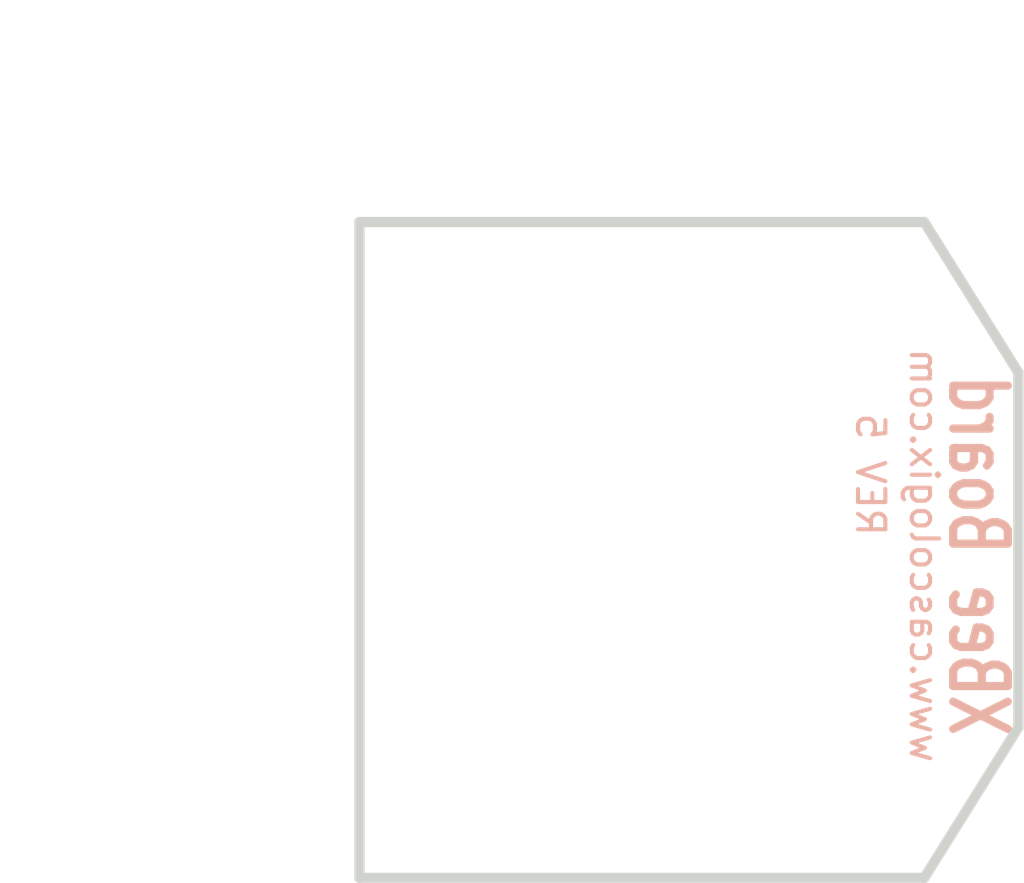
<source format=kicad_pcb>
(kicad_pcb (version 4) (host pcbnew 4.0.0-rc2-stable)

  (general
    (links 0)
    (no_connects 0)
    (area 85.517999 72.8948 123.8796 105.190501)
    (thickness 1.6002)
    (drawings 11)
    (tracks 0)
    (zones 0)
    (modules 0)
    (nets 3)
  )

  (page USLetter)
  (title_block
    (date 2015-07-15)
    (rev 5.0)
  )

  (layers
    (0 Front signal)
    (1 Pwr.Cu signal)
    (2 Gnd.Cu signal)
    (31 Back signal)
    (32 B.Adhes user)
    (33 F.Adhes user)
    (34 B.Paste user)
    (35 F.Paste user)
    (36 B.SilkS user)
    (37 F.SilkS user)
    (38 B.Mask user)
    (39 F.Mask user)
    (40 Dwgs.User user)
    (41 Cmts.User user)
    (42 Eco1.User user)
    (43 Eco2.User user)
    (44 Edge.Cuts user)
  )

  (setup
    (last_trace_width 0.1524)
    (user_trace_width 0.2032)
    (user_trace_width 0.254)
    (user_trace_width 0.381)
    (user_trace_width 0.508)
    (user_trace_width 0.635)
    (user_trace_width 0.762)
    (user_trace_width 0.889)
    (user_trace_width 1.016)
    (user_trace_width 1.27)
    (user_trace_width 1.524)
    (user_trace_width 2.032)
    (user_trace_width 2.54)
    (trace_clearance 0.1524)
    (zone_clearance 0.254)
    (zone_45_only no)
    (trace_min 0.1524)
    (segment_width 0.254)
    (edge_width 0.381)
    (via_size 0.889)
    (via_drill 0.635)
    (via_min_size 0.889)
    (via_min_drill 0.508)
    (uvia_size 0.508)
    (uvia_drill 0.127)
    (uvias_allowed no)
    (uvia_min_size 0.508)
    (uvia_min_drill 0.127)
    (pcb_text_width 0.3048)
    (pcb_text_size 1.524 2.032)
    (mod_edge_width 0.1524)
    (mod_text_size 1 1)
    (mod_text_width 0.1524)
    (pad_size 0.76 2.4)
    (pad_drill 0)
    (pad_to_mask_clearance 0.254)
    (aux_axis_origin 99 105)
    (grid_origin 99 105)
    (visible_elements 7FFEFFFF)
    (pcbplotparams
      (layerselection 0x011fc_80000007)
      (usegerberextensions false)
      (excludeedgelayer false)
      (linewidth 0.150000)
      (plotframeref true)
      (viasonmask false)
      (mode 1)
      (useauxorigin false)
      (hpglpennumber 1)
      (hpglpenspeed 20)
      (hpglpendiameter 15)
      (hpglpenoverlay 2)
      (psnegative false)
      (psa4output false)
      (plotreference true)
      (plotvalue false)
      (plotinvisibletext false)
      (padsonsilk false)
      (subtractmaskfromsilk false)
      (outputformat 4)
      (mirror false)
      (drillshape 0)
      (scaleselection 1)
      (outputdirectory P:/Engineering_SECURE/Projects/Bluetooth_LE/BlueGiga_BLE112_XBee_Module/Hardware/Drawing/))
  )

  (net 0 "")
  (net 1 GND)
  (net 2 +3V3)

  (net_class Default "This is the default net class."
    (clearance 0.1524)
    (trace_width 0.1524)
    (via_dia 0.889)
    (via_drill 0.635)
    (uvia_dia 0.508)
    (uvia_drill 0.127)
  )

  (net_class Power ""
    (clearance 0.1524)
    (trace_width 0.508)
    (via_dia 0.889)
    (via_drill 0.635)
    (uvia_dia 0.508)
    (uvia_drill 0.127)
  )

  (gr_text "REV 5" (at 118 90 270) (layer B.SilkS)
    (effects (font (size 1.016 1.016) (thickness 0.1524)) (justify mirror))
  )
  (gr_text "XBee Board" (at 122 93 270) (layer B.SilkS)
    (effects (font (size 2.032 1.524) (thickness 0.3048)) (justify mirror))
  )
  (gr_text www.cascologix.com (at 120 93 270) (layer B.SilkS)
    (effects (font (size 1.016 1.016) (thickness 0.1524)) (justify mirror))
  )
  (dimension 24.4 (width 0.3048) (layer Dwgs.User)
    (gr_text "24.400 mm" (at 92.2744 92.8 90) (layer Dwgs.User)
      (effects (font (size 2.032 1.524) (thickness 0.3048)))
    )
    (feature1 (pts (xy 98 80.6) (xy 90.6488 80.6)))
    (feature2 (pts (xy 98 105) (xy 90.6488 105)))
    (crossbar (pts (xy 93.9 105) (xy 93.9 80.6)))
    (arrow1a (pts (xy 93.9 80.6) (xy 94.486421 81.726504)))
    (arrow1b (pts (xy 93.9 80.6) (xy 93.313579 81.726504)))
    (arrow2a (pts (xy 93.9 105) (xy 94.486421 103.873496)))
    (arrow2b (pts (xy 93.9 105) (xy 93.313579 103.873496)))
  )
  (dimension 24.5 (width 0.3048) (layer Dwgs.User)
    (gr_text "24.500 mm" (at 111.25 74.7744) (layer Dwgs.User)
      (effects (font (size 2.032 1.524) (thickness 0.3048)))
    )
    (feature1 (pts (xy 123.5 79.6) (xy 123.5 73.1488)))
    (feature2 (pts (xy 99 79.6) (xy 99 73.1488)))
    (crossbar (pts (xy 99 76.4) (xy 123.5 76.4)))
    (arrow1a (pts (xy 123.5 76.4) (xy 122.373496 76.986421)))
    (arrow1b (pts (xy 123.5 76.4) (xy 122.373496 75.813579)))
    (arrow2a (pts (xy 99 76.4) (xy 100.126504 76.986421)))
    (arrow2b (pts (xy 99 76.4) (xy 100.126504 75.813579)))
  )
  (gr_line (start 123.5 99.4) (end 123.5 86.2) (angle 90) (layer Edge.Cuts) (width 0.381))
  (gr_line (start 120 105) (end 123.5 99.4) (angle 90) (layer Edge.Cuts) (width 0.381))
  (gr_line (start 120 80.6) (end 123.5 86.2) (angle 90) (layer Edge.Cuts) (width 0.381))
  (gr_line (start 99 80.6) (end 120 80.6) (angle 90) (layer Edge.Cuts) (width 0.381))
  (gr_line (start 99 105) (end 120 105) (angle 90) (layer Edge.Cuts) (width 0.381))
  (gr_line (start 99 80.6) (end 99 105) (angle 90) (layer Edge.Cuts) (width 0.381))

  (zone (net 1) (net_name GND) (layer Gnd.Cu) (tstamp 527FDEFA) (hatch edge 0.508)
    (connect_pads (clearance 0.254))
    (min_thickness 0.254)
    (fill yes (arc_segments 16) (thermal_gap 0.508) (thermal_bridge_width 0.508))
    (polygon
      (pts
        (xy 117.8 105) (xy 99 105) (xy 99 80.6) (xy 120 80.6) (xy 123.5 86.2)
        (xy 123.5 89.2) (xy 117.8 89.2)
      )
    )
  )
  (zone (net 2) (net_name +3V3) (layer Pwr.Cu) (tstamp 527FDEFA) (hatch edge 0.508)
    (connect_pads (clearance 0.254))
    (min_thickness 0.254)
    (fill yes (arc_segments 16) (thermal_gap 0.508) (thermal_bridge_width 0.508))
    (polygon
      (pts
        (xy 117.8 105) (xy 99 105) (xy 99 80.6) (xy 120 80.6) (xy 123.5 86.2)
        (xy 123.5 89.2) (xy 117.8 89.2)
      )
    )
  )
)

</source>
